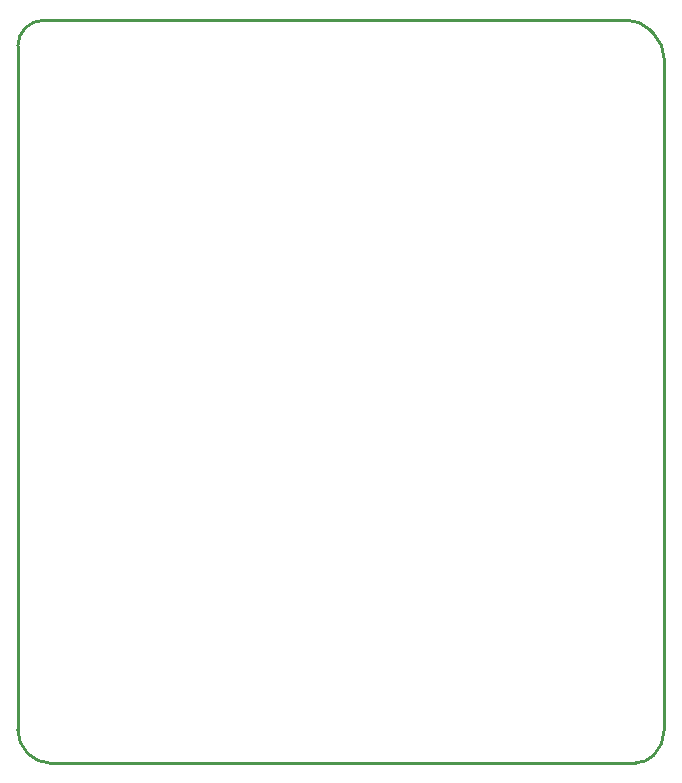
<source format=gko>
G04*
G04 #@! TF.GenerationSoftware,Altium Limited,Altium Designer,18.1.5 (160)*
G04*
G04 Layer_Color=16711935*
%FSTAX24Y24*%
%MOIN*%
G70*
G01*
G75*
%ADD17C,0.0100*%
D17*
X01795Y04055D02*
G03*
X0177Y039946I000604J-000604D01*
G01*
X018554Y0408D02*
G03*
X01795Y04055I0J-000854D01*
G01*
X03875Y0405D02*
G03*
X038026Y0408I-000724J-000724D01*
G01*
X03925Y0395D02*
G03*
X038896Y040354I-001207J0D01*
G01*
Y016296D02*
G03*
X03925Y01715I-000854J000854D01*
G01*
X038301Y01605D02*
G03*
X038896Y016296I0J000841D01*
G01*
X018071Y016329D02*
G03*
X018745Y01605I000674J000674D01*
G01*
X0177Y01715D02*
G03*
X018018Y016382I001086J0D01*
G01*
X0255Y01605D02*
X02885D01*
X03285D01*
X018745D02*
X0255D01*
X03285D02*
X038301D01*
X0177Y03895D02*
Y039946D01*
X018554Y0408D02*
X038026D01*
X03875Y0405D02*
X038896Y040354D01*
X03925Y01715D02*
Y0395D01*
X0177Y01715D02*
X0177Y03895D01*
X018018Y016382D02*
X018071Y016329D01*
M02*

</source>
